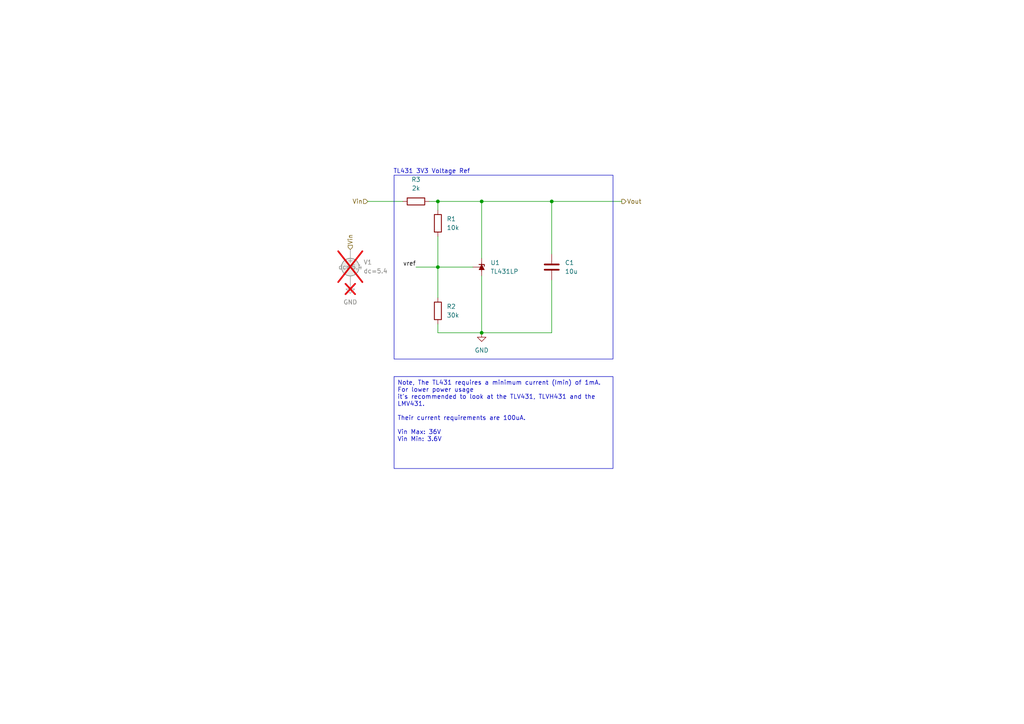
<source format=kicad_sch>
(kicad_sch (version 20250114) (generator "eeschema") (generator_version "9.0")
  (paper "A4")
  (lib_symbols
    (symbol "Device:C" (pin_numbers (hide yes)) (pin_names (offset 0.254))
      (property "Reference" "C" (at 0.635 2.54 0))
      (property "Value" "C" (at 0.635 -2.54 0))
      (symbol "C_0_1"
        (polyline (pts (xy -2.032 0.762) (xy 2.032 0.762)) (stroke (width 0.508)))
        (polyline (pts (xy -2.032 -0.762) (xy 2.032 -0.762)) (stroke (width 0.508)))
      )
      (symbol "C_1_1"
        (pin passive line (at 0 3.81 270) (length 2.794) (name "~") (number "1"))
        (pin passive line (at 0 -3.81 90) (length 2.794) (name "~") (number "2"))
      )
    )
    (symbol "Device:R" (pin_numbers (hide yes)) (pin_names (offset 0))
      (property "Reference" "R" (at 2.032 0 90))
      (property "Value" "R" (at 0 0 90))
      (symbol "R_0_1"
        (rectangle (start -1.016 -2.54) (end 1.016 2.54) (stroke (width 0.254)))
      )
      (symbol "R_1_1"
        (pin passive line (at 0 3.81 270) (length 1.27) (name "~") (number "1"))
        (pin passive line (at 0 -3.81 90) (length 1.27) (name "~") (number "2"))
      )
    )
    (symbol "Reference_Voltage:TL431LP" (pin_numbers (hide yes)) (pin_names (hide yes))
      (property "Reference" "U" (at -2.54 2.54 0))
      (property "Value" "TL431LP" (at 0 -2.54 0))
      (symbol "TL431LP_0_1"
        (polyline (pts (xy -1.27 0) (xy 0 0) (xy 1.27 0)))
        (polyline (pts (xy -0.762 -0.762) (xy -0.762 0.762) (xy 0.762 0) (xy -0.762 -0.762)) (fill (type outline)))
        (polyline (pts (xy 0.254 -0.762) (xy 0.762 -0.762) (xy 0.762 0.762) (xy 0.762 0.762)) (stroke (width 0.254)))
      )
      (symbol "TL431LP_1_1"
        (pin passive line (at -2.54 0 0) (length 2.54) (name "A") (number "2"))
        (pin passive line (at 0 2.54 270) (length 2.54) (name "REF") (number "1"))
        (pin passive line (at 2.54 0 180) (length 2.54) (name "K") (number "3"))
      )
    )
    (symbol "Simulation_SPICE:VDC" (pin_numbers (hide yes)) (pin_names (offset 0.0254))
      (property "Reference" "V" (at 2.54 2.54 0))
      (property "Value" "1" (at 2.54 0 0))
      (symbol "VDC_0_0"
        (polyline (pts (xy -1.27 0.254) (xy 1.27 0.254)))
        (polyline (pts (xy -0.762 -0.254) (xy -1.27 -0.254)))
        (polyline (pts (xy 0.254 -0.254) (xy -0.254 -0.254)))
        (polyline (pts (xy 1.27 -0.254) (xy 0.762 -0.254)))
        (text "+" (at 0 1.905 0) (effects (font (size 1.27 1.27))))
      )
      (symbol "VDC_0_1"
        (circle (center 0 0) (radius 2.54) (stroke (width 0.254)) (fill (type background)))
      )
      (symbol "VDC_1_1"
        (pin passive line (at 0 5.08 270) (length 2.54) (name "~") (number "1"))
        (pin passive line (at 0 -5.08 90) (length 2.54) (name "~") (number "2"))
      )
    )
    (symbol "power:GND" (power) (pin_numbers (hide yes)) (pin_names (offset 0) (hide yes))
      (property "Value" "GND" (at 0 -3.81 0))
      (symbol "GND_0_1"
        (polyline (pts (xy 0 0) (xy 0 -1.27) (xy 1.27 -1.27) (xy 0 -2.54) (xy -1.27 -1.27) (xy 0 -1.27)))
      )
      (symbol "GND_1_1"
        (pin power_in line (at 0 0 270) (length 0) (name "~") (number "1"))
      )
    )
  )
  (rectangle (start 114.3 50.8) (end 177.8 104.14))
  (text "TL431 3V3 Voltage Ref" (at 125.222 49.784 0) (effects (font (size 1.27 1.27))))
  (text_box "Note, The TL431 requires a minimum current (Imin) of 1mA. For lower power usage \nit's recommended to look at the TLV431, TLVH431 and the LMV431. \n\nTheir current requirements are 100uA.\n\nVin Max: 36V\nVin Min: 3.6V" (at 114.3 109.22 0) (size 63.5 26.67) (margins 0.9525 0.9525 0.9525 0.9525) (effects (font (size 1.27 1.27)) (justify left top)))
  (junction (at 127 58.42))
  (junction (at 127 77.47))
  (junction (at 139.7 96.52))
  (junction (at 139.7 58.42))
  (junction (at 160.02 58.42))
  (wire (pts (xy 160.02 81.28) (xy 160.02 96.52)))
  (wire (pts (xy 139.7 74.93) (xy 139.7 58.42)))
  (wire (pts (xy 106.68 58.42) (xy 116.84 58.42)))
  (wire (pts (xy 127 93.98) (xy 127 96.52)))
  (wire (pts (xy 139.7 80.01) (xy 139.7 96.52)))
  (wire (pts (xy 127 77.47) (xy 127 86.36)))
  (wire (pts (xy 120.65 77.47) (xy 127 77.47)))
  (wire (pts (xy 124.46 58.42) (xy 127 58.42)))
  (wire (pts (xy 160.02 96.52) (xy 139.7 96.52)))
  (wire (pts (xy 127 96.52) (xy 139.7 96.52)))
  (wire (pts (xy 160.02 58.42) (xy 139.7 58.42)))
  (wire (pts (xy 139.7 58.42) (xy 127 58.42)))
  (wire (pts (xy 127 58.42) (xy 127 60.96)))
  (wire (pts (xy 127 68.58) (xy 127 77.47)))
  (wire (pts (xy 160.02 73.66) (xy 160.02 58.42)))
  (wire (pts (xy 137.16 77.47) (xy 127 77.47)))
  (wire (pts (xy 160.02 58.42) (xy 180.34 58.42)))
  (label "vref" (at 120.65 77.47 180))
  (hierarchical_label "Vin" (shape input) (at 106.68 58.42 180))
  (hierarchical_label "Vin" (shape input) (at 101.6 72.39 90))
  (hierarchical_label "Vout" (shape output) (at 180.34 58.42 0))
  (symbol (lib_id "Simulation_SPICE:VDC") (at 101.6 77.47 0) (unit 1) (in_bom no) (on_board no) (dnp yes)
    (property "Reference" "V1" (at 105.41 76.0701 0) (effects (justify left)))
    (property "Value" "${SIM.PARAMS}" (at 105.41 78.6101 0) (effects (justify left)))
    (property "Datasheet" "https://ngspice.sourceforge.io/docs/ngspice-html-manual/manual.xhtml#sec_Independent_Sources_for" (effects (hide yes)))
    (property "Description" "Voltage source, DC" (effects (hide yes)))
    (property "Sim.Pins" "1=+ 2=-" (effects (hide yes)))
    (property "Sim.Type" "DC" (effects (hide yes)))
    (property "Sim.Device" "V" (effects (hide yes)))
    (property "Sim.Params" "dc=5.4" (at 101.6 77.47 0))
  )
  (symbol (lib_id "Device:R") (at 127 90.17 0) (unit 1)
    (property "Reference" "R2" (at 129.54 88.8999 0) (effects (justify left)))
    (property "Value" "30k" (at 129.54 91.4399 0) (effects (justify left)))
    (property "Description" "Resistor" (effects (hide yes)))
  )
  (symbol (lib_id "power:GND") (at 101.6 82.55 0) (unit 1) (in_bom no) (on_board no) (dnp yes)
    (property "Reference" "#PWR02" (effects (hide yes)))
    (property "Value" "GND" (at 101.6 87.63 0))
    (property "Description" "Power symbol creates a global label with name \"GND\" , ground" (effects (hide yes)))
  )
  (symbol (lib_id "power:GND") (at 139.7 96.52 0) (unit 1)
    (property "Reference" "#PWR01" (effects (hide yes)))
    (property "Value" "GND" (at 139.7 101.6 0))
    (property "Description" "Power symbol creates a global label with name \"GND\" , ground" (effects (hide yes)))
  )
  (symbol (lib_id "Device:C") (at 160.02 77.47 0) (unit 1)
    (property "Reference" "C1" (at 163.83 76.1999 0) (effects (justify left)))
    (property "Value" "10u" (at 163.83 78.7399 0) (effects (justify left)))
    (property "Description" "Unpolarized capacitor" (effects (hide yes)))
    (property "Sim.Device" "C" (effects (hide yes)))
    (property "Sim.Pins" "1=- 2=+" (effects (hide yes)))
  )
  (symbol (lib_id "Reference_Voltage:TL431LP") (at 139.7 77.47 90) (unit 1)
    (property "Reference" "U1" (at 142.24 76.1999 90) (effects (justify right)))
    (property "Value" "TL431LP" (at 142.24 78.7399 90) (effects (justify right)))
    (property "Footprint" "Package_TO_SOT_THT:TO-92_Inline" (effects (hide yes)))
    (property "Datasheet" "http://www.ti.com/lit/ds/symlink/tl431.pdf" (effects (hide yes)))
    (property "Description" "Shunt Regulator, TO-92" (effects (hide yes)))
    (property "Sim.Library" "spice_models/tl431.mod" (effects (hide yes)))
    (property "Sim.Name" "TL431" (effects (hide yes)))
    (property "Sim.Device" "SUBCKT" (effects (hide yes)))
    (property "Sim.Pins" "1=1 2=2 3=3" (effects (hide yes)))
  )
  (symbol (lib_id "Device:R") (at 127 64.77 0) (unit 1)
    (property "Reference" "R1" (at 129.54 63.4999 0) (effects (justify left)))
    (property "Value" "10k" (at 129.54 66.0399 0) (effects (justify left)))
    (property "Description" "Resistor" (effects (hide yes)))
    (property "Sim.Device" "R" (effects (hide yes)))
    (property "Sim.Pins" "1=- 2=+" (effects (hide yes)))
  )
  (symbol (lib_id "Device:R") (at 120.65 58.42 90) (unit 1)
    (property "Reference" "R3" (at 120.65 52.07 90))
    (property "Value" "2k" (at 120.65 54.61 90))
    (property "Description" "Resistor" (effects (hide yes)))
    (property "Sim.Device" "R" (effects (hide yes)))
    (property "Sim.Pins" "1=- 2=+" (effects (hide yes)))
  )
)
</source>
